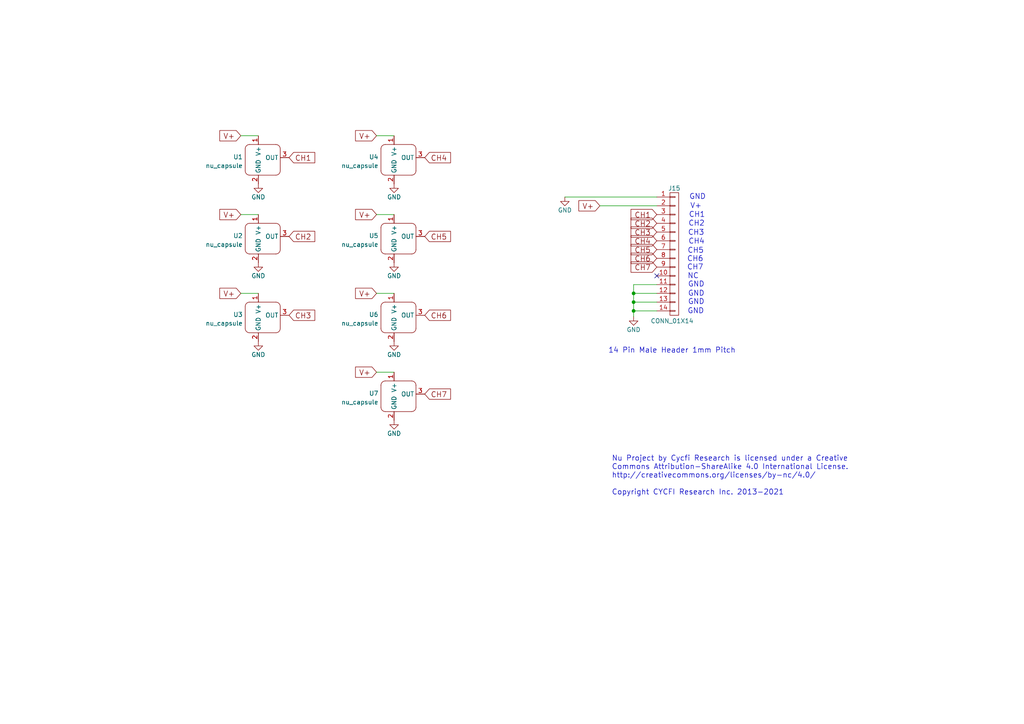
<source format=kicad_sch>
(kicad_sch (version 20211123) (generator eeschema)
  (paper "A4")
  (title_block (title "Nu Multi 7 Board") (date "2022-09-21") (rev "v2.52") (company "Document Number: 2021010"))
  (lib_symbols
    (symbol "cycfi_library:CONN_01X14" (pin_names (offset 1.016) hide)
      (property "Reference" "J" (at 0 19.05 0))
      (property "Value" "cycfi_library_CONN_01X14" (at 2.54 0 90))
      (symbol "CONN_01X14_0_1"
        (rectangle (start -1.27 -16.383) (end 0.254 -16.637))
        (rectangle (start -1.27 -13.843) (end 0.254 -14.097))
        (rectangle (start -1.27 -11.303) (end 0.254 -11.557))
        (rectangle (start -1.27 -8.763) (end 0.254 -9.017))
        (rectangle (start -1.27 -6.223) (end 0.254 -6.477))
        (rectangle (start -1.27 -3.683) (end 0.254 -3.937))
        (rectangle (start -1.27 -1.143) (end 0.254 -1.397))
        (rectangle (start -1.27 1.397) (end 0.254 1.143))
        (rectangle (start -1.27 3.937) (end 0.254 3.683))
        (rectangle (start -1.27 6.477) (end 0.254 6.223))
        (rectangle (start -1.27 9.017) (end 0.254 8.763))
        (rectangle (start -1.27 11.557) (end 0.254 11.303))
        (rectangle (start -1.27 14.097) (end 0.254 13.843))
        (rectangle (start -1.27 16.637) (end 0.254 16.383))
        (rectangle (start -1.27 17.78) (end 1.27 -17.78))
      )
      (symbol "CONN_01X14_1_1"
        (pin passive line (at -5.08 16.51 0) (length 3.81) (name "P1") (number "1"))
        (pin passive line (at -5.08 -6.35 0) (length 3.81) (name "P10") (number "10"))
        (pin passive line (at -5.08 -8.89 0) (length 3.81) (name "P11") (number "11"))
        (pin passive line (at -5.08 -11.43 0) (length 3.81) (name "P12") (number "12"))
        (pin passive line (at -5.08 -13.97 0) (length 3.81) (name "P13") (number "13"))
        (pin passive line (at -5.08 -16.51 0) (length 3.81) (name "P14") (number "14"))
        (pin passive line (at -5.08 13.97 0) (length 3.81) (name "P2") (number "2"))
        (pin passive line (at -5.08 11.43 0) (length 3.81) (name "P3") (number "3"))
        (pin passive line (at -5.08 8.89 0) (length 3.81) (name "P4") (number "4"))
        (pin passive line (at -5.08 6.35 0) (length 3.81) (name "P5") (number "5"))
        (pin passive line (at -5.08 3.81 0) (length 3.81) (name "P6") (number "6"))
        (pin passive line (at -5.08 1.27 0) (length 3.81) (name "P7") (number "7"))
        (pin passive line (at -5.08 -1.27 0) (length 3.81) (name "P8") (number "8"))
        (pin passive line (at -5.08 -3.81 0) (length 3.81) (name "P9") (number "9"))
      )
    )
    (symbol "cycfi_library:nu_capsule"
      (property "Reference" "U" (at 5.08 -7.62 0))
      (property "Value" "nu_capsule" (at 8.89 -10.16 0))
      (symbol "nu_capsule_0_1"
        (arc (start -3.81 -3.81) (mid -3.438 -4.708) (end -2.54 -5.08) (stroke (width 0.1524)))
        (arc (start -2.54 3.81) (mid -3.438 3.438) (end -3.81 2.54) (stroke (width 0.1524)))
        (polyline (pts (xy -3.81 2.54) (xy -3.81 -3.81)) (stroke (width 0.1524)))
        (polyline (pts (xy -2.54 -5.08) (xy 5.08 -5.08)) (stroke (width 0.1524)))
        (polyline (pts (xy -2.54 3.81) (xy 5.08 3.81)) (stroke (width 0.1524)))
        (polyline (pts (xy 6.35 2.54) (xy 6.35 -3.81)) (stroke (width 0.1524)))
        (arc (start 5.08 -5.08) (mid 5.978 -4.708) (end 6.35 -3.81) (stroke (width 0.1524)))
        (arc (start 6.35 2.54) (mid 5.978 3.438) (end 5.08 3.81) (stroke (width 0.1524)))
      )
      (symbol "nu_capsule_1_1"
        (pin power_in line (at 0 6.35 270) (length 2.54) (name "V+") (number "1"))
        (pin power_in line (at 0 -7.62 90) (length 2.54) (name "GND") (number "2"))
        (pin output line (at 8.89 0 180) (length 2.54) (name "OUT") (number "3"))
      )
    )
    (symbol "nu_capsule_1"
      (property "Reference" "U" (at 5.08 -7.62 0))
      (property "Value" "nu_capsule_1" (at 8.89 -10.16 0))
      (symbol "nu_capsule_1_0_1"
        (arc (start -3.81 -3.81) (mid -3.438 -4.708) (end -2.54 -5.08) (stroke (width 0.1524)))
        (arc (start -2.54 3.81) (mid -3.438 3.438) (end -3.81 2.54) (stroke (width 0.1524)))
        (polyline (pts (xy -3.81 2.54) (xy -3.81 -3.81)) (stroke (width 0.1524)))
        (polyline (pts (xy -2.54 -5.08) (xy 5.08 -5.08)) (stroke (width 0.1524)))
        (polyline (pts (xy -2.54 3.81) (xy 5.08 3.81)) (stroke (width 0.1524)))
        (polyline (pts (xy 6.35 2.54) (xy 6.35 -3.81)) (stroke (width 0.1524)))
        (arc (start 5.08 -5.08) (mid 5.978 -4.708) (end 6.35 -3.81) (stroke (width 0.1524)))
        (arc (start 6.35 2.54) (mid 5.978 3.438) (end 5.08 3.81) (stroke (width 0.1524)))
      )
      (symbol "nu_capsule_1_1_1"
        (pin power_in line (at 0 6.35 270) (length 2.54) (name "V+") (number "1"))
        (pin power_in line (at 0 -7.62 90) (length 2.54) (name "GND") (number "2"))
        (pin output line (at 8.89 0 180) (length 2.54) (name "OUT") (number "3"))
      )
    )
    (symbol "nu_capsule_2"
      (property "Reference" "U" (at 5.08 -7.62 0))
      (property "Value" "nu_capsule_2" (at 8.89 -10.16 0))
      (symbol "nu_capsule_2_0_1"
        (arc (start -3.81 -3.81) (mid -3.438 -4.708) (end -2.54 -5.08) (stroke (width 0.1524)))
        (arc (start -2.54 3.81) (mid -3.438 3.438) (end -3.81 2.54) (stroke (width 0.1524)))
        (polyline (pts (xy -3.81 2.54) (xy -3.81 -3.81)) (stroke (width 0.1524)))
        (polyline (pts (xy -2.54 -5.08) (xy 5.08 -5.08)) (stroke (width 0.1524)))
        (polyline (pts (xy -2.54 3.81) (xy 5.08 3.81)) (stroke (width 0.1524)))
        (polyline (pts (xy 6.35 2.54) (xy 6.35 -3.81)) (stroke (width 0.1524)))
        (arc (start 5.08 -5.08) (mid 5.978 -4.708) (end 6.35 -3.81) (stroke (width 0.1524)))
        (arc (start 6.35 2.54) (mid 5.978 3.438) (end 5.08 3.81) (stroke (width 0.1524)))
      )
      (symbol "nu_capsule_2_1_1"
        (pin power_in line (at 0 6.35 270) (length 2.54) (name "V+") (number "1"))
        (pin power_in line (at 0 -7.62 90) (length 2.54) (name "GND") (number "2"))
        (pin output line (at 8.89 0 180) (length 2.54) (name "OUT") (number "3"))
      )
    )
    (symbol "nu_capsule_3"
      (property "Reference" "U" (at 5.08 -7.62 0))
      (property "Value" "nu_capsule_3" (at 8.89 -10.16 0))
      (symbol "nu_capsule_3_0_1"
        (arc (start -3.81 -3.81) (mid -3.438 -4.708) (end -2.54 -5.08) (stroke (width 0.1524)))
        (arc (start -2.54 3.81) (mid -3.438 3.438) (end -3.81 2.54) (stroke (width 0.1524)))
        (polyline (pts (xy -3.81 2.54) (xy -3.81 -3.81)) (stroke (width 0.1524)))
        (polyline (pts (xy -2.54 -5.08) (xy 5.08 -5.08)) (stroke (width 0.1524)))
        (polyline (pts (xy -2.54 3.81) (xy 5.08 3.81)) (stroke (width 0.1524)))
        (polyline (pts (xy 6.35 2.54) (xy 6.35 -3.81)) (stroke (width 0.1524)))
        (arc (start 5.08 -5.08) (mid 5.978 -4.708) (end 6.35 -3.81) (stroke (width 0.1524)))
        (arc (start 6.35 2.54) (mid 5.978 3.438) (end 5.08 3.81) (stroke (width 0.1524)))
      )
      (symbol "nu_capsule_3_1_1"
        (pin power_in line (at 0 6.35 270) (length 2.54) (name "V+") (number "1"))
        (pin power_in line (at 0 -7.62 90) (length 2.54) (name "GND") (number "2"))
        (pin output line (at 8.89 0 180) (length 2.54) (name "OUT") (number "3"))
      )
    )
    (symbol "nu_capsule_4"
      (property "Reference" "U" (at 5.08 -7.62 0))
      (property "Value" "nu_capsule_4" (at 8.89 -10.16 0))
      (symbol "nu_capsule_4_0_1"
        (arc (start -3.81 -3.81) (mid -3.438 -4.708) (end -2.54 -5.08) (stroke (width 0.1524)))
        (arc (start -2.54 3.81) (mid -3.438 3.438) (end -3.81 2.54) (stroke (width 0.1524)))
        (polyline (pts (xy -3.81 2.54) (xy -3.81 -3.81)) (stroke (width 0.1524)))
        (polyline (pts (xy -2.54 -5.08) (xy 5.08 -5.08)) (stroke (width 0.1524)))
        (polyline (pts (xy -2.54 3.81) (xy 5.08 3.81)) (stroke (width 0.1524)))
        (polyline (pts (xy 6.35 2.54) (xy 6.35 -3.81)) (stroke (width 0.1524)))
        (arc (start 5.08 -5.08) (mid 5.978 -4.708) (end 6.35 -3.81) (stroke (width 0.1524)))
        (arc (start 6.35 2.54) (mid 5.978 3.438) (end 5.08 3.81) (stroke (width 0.1524)))
      )
      (symbol "nu_capsule_4_1_1"
        (pin power_in line (at 0 6.35 270) (length 2.54) (name "V+") (number "1"))
        (pin power_in line (at 0 -7.62 90) (length 2.54) (name "GND") (number "2"))
        (pin output line (at 8.89 0 180) (length 2.54) (name "OUT") (number "3"))
      )
    )
    (symbol "nu_capsule_5"
      (property "Reference" "U" (at 5.08 -7.62 0))
      (property "Value" "nu_capsule_5" (at 8.89 -10.16 0))
      (symbol "nu_capsule_5_0_1"
        (arc (start -3.81 -3.81) (mid -3.438 -4.708) (end -2.54 -5.08) (stroke (width 0.1524)))
        (arc (start -2.54 3.81) (mid -3.438 3.438) (end -3.81 2.54) (stroke (width 0.1524)))
        (polyline (pts (xy -3.81 2.54) (xy -3.81 -3.81)) (stroke (width 0.1524)))
        (polyline (pts (xy -2.54 -5.08) (xy 5.08 -5.08)) (stroke (width 0.1524)))
        (polyline (pts (xy -2.54 3.81) (xy 5.08 3.81)) (stroke (width 0.1524)))
        (polyline (pts (xy 6.35 2.54) (xy 6.35 -3.81)) (stroke (width 0.1524)))
        (arc (start 5.08 -5.08) (mid 5.978 -4.708) (end 6.35 -3.81) (stroke (width 0.1524)))
        (arc (start 6.35 2.54) (mid 5.978 3.438) (end 5.08 3.81) (stroke (width 0.1524)))
      )
      (symbol "nu_capsule_5_1_1"
        (pin power_in line (at 0 6.35 270) (length 2.54) (name "V+") (number "1"))
        (pin power_in line (at 0 -7.62 90) (length 2.54) (name "GND") (number "2"))
        (pin output line (at 8.89 0 180) (length 2.54) (name "OUT") (number "3"))
      )
    )
    (symbol "power:GND" (power) (pin_names (offset 0))
      (property "Value" "GND" (at 0 -3.81 0))
      (symbol "GND_0_1"
        (polyline (pts (xy 0 0) (xy 0 -1.27) (xy 1.27 -1.27) (xy 0 -2.54) (xy -1.27 -1.27) (xy 0 -1.27)))
      )
      (symbol "GND_1_1"
        (pin power_in line (at 0 0 270) (length 0) hide (name "GND") (number "1"))
      )
    )
  )
  (junction (at 183.769 90.17))
  (junction (at 183.769 85.09))
  (junction (at 183.769 87.63))
  (no_connect (at 190.5 80.01))
  (wire (pts (xy 163.83 57.15) (xy 190.5 57.15)))
  (wire (pts (xy 69.85 62.23) (xy 74.93 62.23)))
  (wire (pts (xy 183.769 91.821) (xy 183.769 90.17)))
  (wire (pts (xy 109.22 39.37) (xy 114.3 39.37)))
  (wire (pts (xy 190.5 85.09) (xy 183.769 85.09)))
  (wire (pts (xy 190.5 82.55) (xy 183.769 82.55)))
  (wire (pts (xy 183.769 90.17) (xy 183.769 87.63)))
  (wire (pts (xy 183.769 87.63) (xy 183.769 85.09)))
  (wire (pts (xy 109.22 62.23) (xy 114.3 62.23)))
  (wire (pts (xy 109.22 85.09) (xy 114.3 85.09)))
  (wire (pts (xy 190.5 87.63) (xy 183.769 87.63)))
  (wire (pts (xy 173.99 59.69) (xy 190.5 59.69)))
  (wire (pts (xy 69.85 39.37) (xy 74.93 39.37)))
  (wire (pts (xy 69.85 85.09) (xy 74.93 85.09)))
  (wire (pts (xy 183.769 82.55) (xy 183.769 85.09)))
  (wire (pts (xy 109.22 107.95) (xy 114.3 107.95)))
  (wire (pts (xy 190.5 90.17) (xy 183.769 90.17)))
  (text "GND" (at 199.898 58.039 0) (effects (font (size 1.524 1.524)) (justify left bottom)))
  (text "CH2" (at 199.644 65.786 0) (effects (font (size 1.524 1.524)) (justify left bottom)))
  (text "14 Pin Male Header 1mm Pitch" (at 176.403 102.616 0) (effects (font (size 1.524 1.524)) (justify left bottom)))
  (text "NC" (at 199.39 81.026 0) (effects (font (size 1.524 1.524)) (justify left bottom)))
  (text "V+" (at 200.152 60.706 0) (effects (font (size 1.524 1.524)) (justify left bottom)))
  (text "Nu Project by Cycfi Research is licensed under a Creative \nCommons Attribution-ShareAlike 4.0 International License. \nhttp://creativecommons.org/licenses/by-nc/4.0/\n\nCopyright CYCFI Research Inc. 2013-2021" (at 177.419 143.764 0) (effects (font (size 1.524 1.524)) (justify left bottom)))
  (text "CH7" (at 199.263 78.486 0) (effects (font (size 1.524 1.524)) (justify left bottom)))
  (text "GND" (at 199.39 91.186 0) (effects (font (size 1.524 1.524)) (justify left bottom)))
  (text "CH4" (at 199.644 70.993 0) (effects (font (size 1.524 1.524)) (justify left bottom)))
  (text "GND" (at 199.517 88.519 0) (effects (font (size 1.524 1.524)) (justify left bottom)))
  (text "GND" (at 199.517 86.106 0) (effects (font (size 1.524 1.524)) (justify left bottom)))
  (text "CH1" (at 199.771 63.246 0) (effects (font (size 1.524 1.524)) (justify left bottom)))
  (text "GND" (at 199.517 83.439 0) (effects (font (size 1.524 1.524)) (justify left bottom)))
  (text "CH6" (at 199.263 76.073 0) (effects (font (size 1.524 1.524)) (justify left bottom)))
  (text "CH5" (at 199.39 73.66 0) (effects (font (size 1.524 1.524)) (justify left bottom)))
  (text "CH3" (at 199.517 68.453 0) (effects (font (size 1.524 1.524)) (justify left bottom)))
  (global_label "V+" (shape input) (at 109.22 62.23 180) (effects (font (size 1.524 1.524))) (property "Intersheet References" "${INTERSHEET_REFS}" (effects hide)))
  (global_label "CH6" (shape input) (at 190.5 74.93 180) (effects (font (size 1.524 1.524))) (property "Intersheet References" "${INTERSHEET_REFS}" (effects hide)))
  (global_label "CH4" (shape input) (at 190.5 69.85 180) (effects (font (size 1.524 1.524))) (property "Intersheet References" "${INTERSHEET_REFS}" (effects hide)))
  (global_label "V+" (shape input) (at 69.85 85.09 180) (effects (font (size 1.524 1.524))) (property "Intersheet References" "${INTERSHEET_REFS}" (effects hide)))
  (global_label "CH7" (shape input) (at 190.5 77.47 180) (effects (font (size 1.524 1.524))) (property "Intersheet References" "${INTERSHEET_REFS}" (effects hide)))
  (global_label "V+" (shape input) (at 109.22 107.95 180) (effects (font (size 1.524 1.524))) (property "Intersheet References" "${INTERSHEET_REFS}" (effects hide)))
  (global_label "CH2" (shape input) (at 83.82 68.58 0) (effects (font (size 1.524 1.524))) (property "Intersheet References" "${INTERSHEET_REFS}" (effects hide)))
  (global_label "V+" (shape input) (at 173.99 59.69 180) (effects (font (size 1.524 1.524))) (property "Intersheet References" "${INTERSHEET_REFS}" (effects hide)))
  (global_label "V+" (shape input) (at 109.22 85.09 180) (effects (font (size 1.524 1.524))) (property "Intersheet References" "${INTERSHEET_REFS}" (effects hide)))
  (global_label "CH1" (shape input) (at 83.82 45.72 0) (effects (font (size 1.524 1.524))) (property "Intersheet References" "${INTERSHEET_REFS}" (effects hide)))
  (global_label "CH4" (shape input) (at 123.19 45.72 0) (effects (font (size 1.524 1.524))) (property "Intersheet References" "${INTERSHEET_REFS}" (effects hide)))
  (global_label "CH5" (shape input) (at 190.5 72.39 180) (effects (font (size 1.524 1.524))) (property "Intersheet References" "${INTERSHEET_REFS}" (effects hide)))
  (global_label "V+" (shape input) (at 109.22 39.37 180) (effects (font (size 1.524 1.524))) (property "Intersheet References" "${INTERSHEET_REFS}" (effects hide)))
  (global_label "CH1" (shape input) (at 190.5 62.23 180) (effects (font (size 1.524 1.524))) (property "Intersheet References" "${INTERSHEET_REFS}" (effects hide)))
  (global_label "CH2" (shape input) (at 190.5 64.77 180) (effects (font (size 1.524 1.524))) (property "Intersheet References" "${INTERSHEET_REFS}" (effects hide)))
  (global_label "CH7" (shape input) (at 123.19 114.3 0) (effects (font (size 1.524 1.524))) (property "Intersheet References" "${INTERSHEET_REFS}" (effects hide)))
  (global_label "V+" (shape input) (at 69.85 62.23 180) (effects (font (size 1.524 1.524))) (property "Intersheet References" "${INTERSHEET_REFS}" (effects hide)))
  (global_label "CH3" (shape input) (at 190.5 67.31 180) (effects (font (size 1.524 1.524))) (property "Intersheet References" "${INTERSHEET_REFS}" (effects hide)))
  (global_label "CH6" (shape input) (at 123.19 91.44 0) (effects (font (size 1.524 1.524))) (property "Intersheet References" "${INTERSHEET_REFS}" (effects hide)))
  (global_label "CH3" (shape input) (at 83.82 91.44 0) (effects (font (size 1.524 1.524))) (property "Intersheet References" "${INTERSHEET_REFS}" (effects hide)))
  (global_label "V+" (shape input) (at 69.85 39.37 180) (effects (font (size 1.524 1.524))) (property "Intersheet References" "${INTERSHEET_REFS}" (effects hide)))
  (global_label "CH5" (shape input) (at 123.19 68.58 0) (effects (font (size 1.524 1.524))) (property "Intersheet References" "${INTERSHEET_REFS}" (effects hide)))
  (symbol (lib_id "cycfi_library:CONN_01X14") (at 195.58 73.66 0) (unit 1)
    (property "Reference" "J15" (at 195.58 54.61 0))
    (property "Value" "CONN_01X14" (at 194.945 93.091 0))
    (property "Footprint" "cycfi_library:pin_header_2x7p_1.00mm_smd_vertical" (effects hide))
  )
  (symbol (lib_id "power:GND") (at 163.83 57.15 0) (unit 1)
    (property "Reference" "#PWR01" (effects hide))
    (property "Value" "GND" (at 163.83 60.96 0))
  )
  (symbol (lib_id "power:GND") (at 183.769 91.821 0) (unit 1)
    (property "Reference" "#PWR016" (effects hide))
    (property "Value" "GND" (at 183.769 95.631 0))
  )
  (symbol (lib_id "cycfi_library:nu_capsule") (at 114.3 114.3 0) (unit 1)
    (property "Reference" "U7" (at 109.7789 114.1003 0) (effects (justify right)))
    (property "Value" "nu_capsule" (at 109.7789 116.6372 0) (effects (justify right)))
    (property "Footprint" "cycfi_library:nu_capsule" (effects hide))
  )
  (symbol (lib_name "nu_capsule_4") (lib_id "cycfi_library:nu_capsule") (at 74.93 68.58 0) (unit 1)
    (property "Reference" "U2" (at 70.4089 68.3803 0) (effects (justify right)))
    (property "Value" "nu_capsule" (at 70.4089 70.9172 0) (effects (justify right)))
    (property "Footprint" "cycfi_library:nu_capsule" (effects hide))
  )
  (symbol (lib_id "power:GND") (at 74.93 99.06 0) (unit 1)
    (property "Reference" "#PWR04" (effects hide))
    (property "Value" "GND" (at 74.93 102.87 0))
  )
  (symbol (lib_name "nu_capsule_2") (lib_id "cycfi_library:nu_capsule") (at 74.93 91.44 0) (unit 1)
    (property "Reference" "U3" (at 70.4089 91.2403 0) (effects (justify right)))
    (property "Value" "nu_capsule" (at 70.4089 93.7772 0) (effects (justify right)))
    (property "Footprint" "cycfi_library:nu_capsule" (effects hide))
  )
  (symbol (lib_name "nu_capsule_3") (lib_id "cycfi_library:nu_capsule") (at 74.93 45.72 0) (unit 1)
    (property "Reference" "U1" (at 70.4089 45.5203 0) (effects (justify right)))
    (property "Value" "nu_capsule" (at 70.4089 48.0572 0) (effects (justify right)))
    (property "Footprint" "cycfi_library:nu_capsule" (effects hide))
  )
  (symbol (lib_id "power:GND") (at 114.3 121.92 0) (unit 1)
    (property "Reference" "#PWR08" (effects hide))
    (property "Value" "GND" (at 114.3 125.73 0))
  )
  (symbol (lib_id "cycfi_library:nu_capsule") (at 114.3 91.44 0) (unit 1)
    (property "Reference" "U6" (at 109.7789 91.2403 0) (effects (justify right)))
    (property "Value" "nu_capsule" (at 109.7789 93.7772 0) (effects (justify right)))
    (property "Footprint" "cycfi_library:nu_capsule" (effects hide))
  )
  (symbol (lib_id "power:GND") (at 114.3 76.2 0) (unit 1)
    (property "Reference" "#PWR06" (effects hide))
    (property "Value" "GND" (at 114.3 80.01 0))
  )
  (symbol (lib_id "power:GND") (at 114.3 99.06 0) (unit 1)
    (property "Reference" "#PWR07" (effects hide))
    (property "Value" "GND" (at 114.3 102.87 0))
  )
  (symbol (lib_id "power:GND") (at 74.93 76.2 0) (unit 1)
    (property "Reference" "#PWR03" (effects hide))
    (property "Value" "GND" (at 74.93 80.01 0))
  )
  (symbol (lib_id "power:GND") (at 74.93 53.34 0) (unit 1)
    (property "Reference" "#PWR02" (effects hide))
    (property "Value" "GND" (at 74.93 57.15 0))
  )
  (symbol (lib_id "power:GND") (at 114.3 53.34 0) (unit 1)
    (property "Reference" "#PWR05" (effects hide))
    (property "Value" "GND" (at 114.3 57.15 0))
  )
  (symbol (lib_name "nu_capsule_1") (lib_id "cycfi_library:nu_capsule") (at 114.3 45.72 0) (unit 1)
    (property "Reference" "U4" (at 109.7789 45.5203 0) (effects (justify right)))
    (property "Value" "nu_capsule" (at 109.7789 48.0572 0) (effects (justify right)))
    (property "Footprint" "cycfi_library:nu_capsule" (effects hide))
  )
  (symbol (lib_name "nu_capsule_5") (lib_id "cycfi_library:nu_capsule") (at 114.3 68.58 0) (unit 1)
    (property "Reference" "U5" (at 109.7789 68.3803 0) (effects (justify right)))
    (property "Value" "nu_capsule" (at 109.7789 70.9172 0) (effects (justify right)))
    (property "Footprint" "cycfi_library:nu_capsule" (effects hide))
  )
)
</source>
